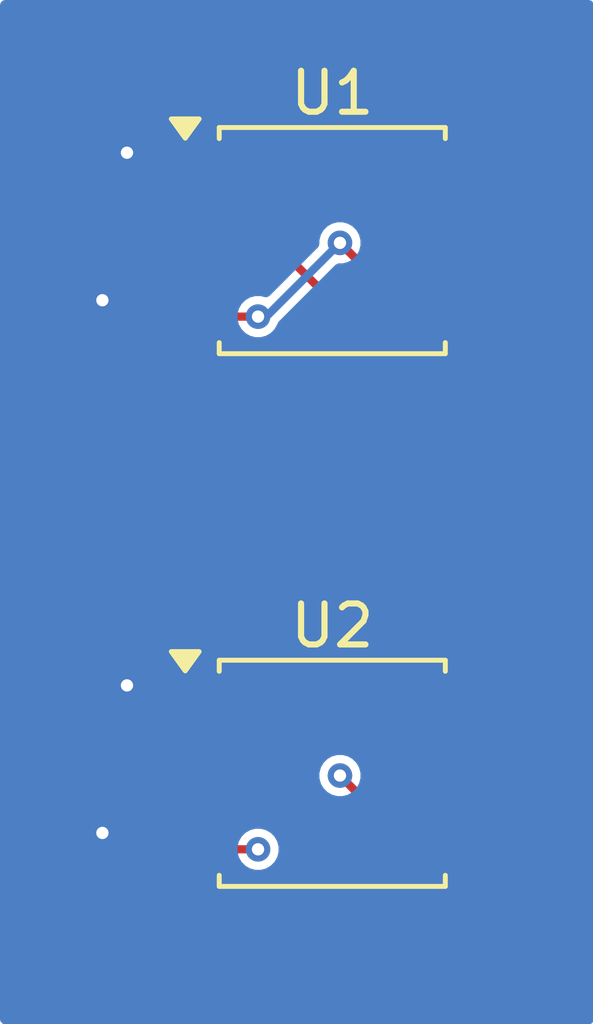
<source format=kicad_pcb>
(kicad_pcb (version 20241229) (generator "pcbnew") (generator_version "9.0")
  (layers (0 "F.Cu" signal) (2 "B.Cu" signal) (13 "F.Paste" user) (15 "B.Paste" user) (5 "F.SilkS" user "F.Silkscreen") (7 "B.SilkS" user "B.Silkscreen") (1 "F.Mask" user) (3 "B.Mask" user) (25 "Edge.Cuts" user))
  (net 0 "")
  (net 1 "Net-(U1-V+)")
  (net 4 "Net-(U2-V+)")
  (net 5 "GND")
  (footprint "Package_SO:SOIC-8_5.3x5.3mm_P1.27mm" (layer "F.Cu") (at 75.6125 77.345)
    (property "Reference" "U2" (at 0 -3.6 0) (layer "F.SilkS"))
    (property "Value" "TL071")
    (fp_line (start -2.76 -2.76) (end 2.76 -2.76) (stroke (width 0.12)) (layer "F.SilkS"))
    (fp_line (start -2.76 -2.49) (end -2.76 -2.76) (stroke (width 0.12)) (layer "F.SilkS"))
    (fp_line (start -2.76 2.76) (end -2.76 2.49) (stroke (width 0.12)) (layer "F.SilkS"))
    (fp_line (start 2.76 -2.76) (end 2.76 -2.49) (stroke (width 0.12)) (layer "F.SilkS"))
    (fp_line (start 2.76 2.49) (end 2.76 2.76) (stroke (width 0.12)) (layer "F.SilkS"))
    (fp_line (start 2.76 2.76) (end -2.76 2.76) (stroke (width 0.12)) (layer "F.SilkS"))
    (fp_poly (pts (xy -3.59 -2.5) (xy -3.93 -2.97) (xy -3.25 -2.97)) (stroke (width 0.12)) (fill yes) (layer "F.SilkS"))
    (pad "1" smd roundrect (at -3.5875 -1.905) (size 1.625 0.65) (layers "F.Cu" "F.Mask" "F.Paste") (net 4 "Net-(U2-V+)"))
    (pad "2" smd roundrect (at -3.5875 -0.635) (size 1.625 0.65) (layers "F.Cu" "F.Mask" "F.Paste") (net 5 "GND"))
    (pad "3" smd roundrect (at -3.5875 0.635) (size 1.625 0.65) (layers "F.Cu" "F.Mask" "F.Paste") (net 5 "GND"))
    (pad "4" smd roundrect (at -3.5875 1.905) (size 1.625 0.65) (layers "F.Cu" "F.Mask" "F.Paste") (net 4 "Net-(U2-V+)"))
    (pad "5" smd roundrect (at 3.5875 1.905) (size 1.625 0.65) (layers "F.Cu" "F.Mask" "F.Paste") (net 4 "Net-(U2-V+)"))
    (pad "6" smd roundrect (at 3.5875 0.635) (size 1.625 0.65) (layers "F.Cu" "F.Mask" "F.Paste") (net 4 "Net-(U2-V+)"))
    (pad "7" smd roundrect (at 3.5875 -0.635) (size 1.625 0.65) (layers "F.Cu" "F.Mask" "F.Paste") (net 4 "Net-(U2-V+)"))
    (pad "8" smd roundrect (at 3.5875 -1.905) (size 1.625 0.65) (layers "F.Cu" "F.Mask" "F.Paste"))
  )
  (footprint "Package_SO:SOIC-8_5.3x5.3mm_P1.27mm" (layer "F.Cu") (at 75.6125 64.345)
    (property "Reference" "U1" (at 0 -3.6 0) (layer "F.SilkS"))
    (property "Value" "TL071")
    (fp_line (start -2.76 -2.76) (end 2.76 -2.76) (stroke (width 0.12)) (layer "F.SilkS"))
    (fp_line (start -2.76 -2.49) (end -2.76 -2.76) (stroke (width 0.12)) (layer "F.SilkS"))
    (fp_line (start -2.76 2.76) (end -2.76 2.49) (stroke (width 0.12)) (layer "F.SilkS"))
    (fp_line (start 2.76 -2.76) (end 2.76 -2.49) (stroke (width 0.12)) (layer "F.SilkS"))
    (fp_line (start 2.76 2.49) (end 2.76 2.76) (stroke (width 0.12)) (layer "F.SilkS"))
    (fp_line (start 2.76 2.76) (end -2.76 2.76) (stroke (width 0.12)) (layer "F.SilkS"))
    (fp_poly (pts (xy -3.59 -2.5) (xy -3.93 -2.97) (xy -3.25 -2.97)) (stroke (width 0.12)) (fill yes) (layer "F.SilkS"))
    (pad "1" smd roundrect (at -3.5875 -1.905) (size 1.625 0.65) (layers "F.Cu" "F.Mask" "F.Paste") (net 1 "Net-(U1-V+)"))
    (pad "2" smd roundrect (at -3.5875 -0.635) (size 1.625 0.65) (layers "F.Cu" "F.Mask" "F.Paste") (net 5 "GND"))
    (pad "3" smd roundrect (at -3.5875 0.635) (size 1.625 0.65) (layers "F.Cu" "F.Mask" "F.Paste") (net 5 "GND"))
    (pad "4" smd roundrect (at -3.5875 1.905) (size 1.625 0.65) (layers "F.Cu" "F.Mask" "F.Paste") (net 1 "Net-(U1-V+)"))
    (pad "5" smd roundrect (at 3.5875 1.905) (size 1.625 0.65) (layers "F.Cu" "F.Mask" "F.Paste") (net 1 "Net-(U1-V+)"))
    (pad "6" smd roundrect (at 3.5875 0.635) (size 1.625 0.65) (layers "F.Cu" "F.Mask" "F.Paste") (net 1 "Net-(U1-V+)"))
    (pad "7" smd roundrect (at 3.5875 -0.635) (size 1.625 0.65) (layers "F.Cu" "F.Mask" "F.Paste") (net 1 "Net-(U1-V+)"))
    (pad "8" smd roundrect (at 3.5875 -1.905) (size 1.625 0.65) (layers "F.Cu" "F.Mask" "F.Paste"))
  )
  (segment (start 79.2 63.71) (end 79.2 64.98) (width 0.2) (layer "F.Cu") (net 1))
  (segment (start 79.2 64.98) (end 76.38 64.98) (width 0.2) (layer "F.Cu") (net 1))
  (segment (start 76.38 64.98) (end 75.8 64.4) (width 0.2) (layer "F.Cu") (net 1))
  (segment (start 72.22749 62.44) (end 76.03749 66.25) (width 0.2) (layer "F.Cu") (net 1))
  (segment (start 73.8 66.2) (end 72.075 66.2) (width 0.2) (layer "F.Cu") (net 1))
  (segment (start 72.075 66.2) (end 72.025 66.25) (width 0.2) (layer "F.Cu") (net 1))
  (segment (start 72.025 62.44) (end 72.22749 62.44) (width 0.2) (layer "F.Cu") (net 1))
  (segment (start 79.2 66.25) (end 79.2 64.98) (width 0.2) (layer "F.Cu") (net 1))
  (segment (start 76.03749 66.25) (end 79.2 66.25) (width 0.2) (layer "F.Cu") (net 1))
  (via (at 73.8 66.2) (size 0.6) (drill 0.3) (layers "F.Cu" "B.Cu") (net 1))
  (via (at 75.8 64.4) (size 0.6) (drill 0.3) (layers "F.Cu" "B.Cu") (net 1))
  (segment (start 75.8 64.4) (end 74 66.2) (width 0.2) (layer "B.Cu") (net 1))
  (segment (start 74 66.2) (end 73.8 66.2) (width 0.2) (layer "B.Cu") (net 1))
  (segment (start 72.025 75.44) (end 72.22749 75.44) (width 0.2) (layer "F.Cu") (net 4))
  (segment (start 72.075 79.2) (end 72.025 79.25) (width 0.2) (layer "F.Cu") (net 4))
  (segment (start 73.8 79.2) (end 72.075 79.2) (width 0.2) (layer "F.Cu") (net 4))
  (segment (start 79.2 77.98) (end 76.38 77.98) (width 0.2) (layer "F.Cu") (net 4))
  (segment (start 76.38 77.98) (end 75.8 77.4) (width 0.2) (layer "F.Cu") (net 4))
  (segment (start 76.03749 79.25) (end 79.2 79.25) (width 0.2) (layer "F.Cu") (net 4))
  (segment (start 79.2 76.71) (end 79.2 77.98) (width 0.2) (layer "F.Cu") (net 4))
  (segment (start 72.22749 75.44) (end 76.03749 79.25) (width 0.2) (layer "F.Cu") (net 4))
  (segment (start 79.2 79.25) (end 79.2 77.98) (width 0.2) (layer "F.Cu") (net 4))
  (via (at 75.8 77.4) (size 0.6) (drill 0.3) (layers "F.Cu" "B.Cu") (net 4))
  (via (at 73.8 79.2) (size 0.6) (drill 0.3) (layers "F.Cu" "B.Cu") (net 4))
  (segment (start 70.6 62.2) (end 70.6 63.6) (width 0.2) (layer "F.Cu") (net 5))
  (segment (start 70.82 64.98) (end 70 65.8) (width 0.2) (layer "F.Cu") (net 5))
  (segment (start 70.6 76.6) (end 70.71 76.71) (width 0.2) (layer "F.Cu") (net 5))
  (segment (start 70.82 77.98) (end 70 78.8) (width 0.2) (layer "F.Cu") (net 5))
  (segment (start 72.025 64.98) (end 70.82 64.98) (width 0.2) (layer "F.Cu") (net 5))
  (segment (start 70.71 63.71) (end 72.025 63.71) (width 0.2) (layer "F.Cu") (net 5))
  (segment (start 70.6 75.2) (end 70.6 76.6) (width 0.2) (layer "F.Cu") (net 5))
  (segment (start 72.025 77.98) (end 70.82 77.98) (width 0.2) (layer "F.Cu") (net 5))
  (segment (start 70.6 63.6) (end 70.71 63.71) (width 0.2) (layer "F.Cu") (net 5))
  (segment (start 70.71 76.71) (end 72.025 76.71) (width 0.2) (layer "F.Cu") (net 5))
  (via (at 70 65.8) (size 0.6) (drill 0.3) (layers "F.Cu" "B.Cu") (net 5))
  (via (at 70.6 75.2) (size 0.6) (drill 0.3) (layers "F.Cu" "B.Cu") (net 5))
  (via (at 70 78.8) (size 0.6) (drill 0.3) (layers "F.Cu" "B.Cu") (net 5))
  (via (at 70.6 62.2) (size 0.6) (drill 0.3) (layers "F.Cu" "B.Cu") (net 5))
  (zone (net 5) (net_name "GND") (layer "B.Cu") (name "Test2") (connect_pads (clearance 0)) (min_thickness 0.25) (fill yes (thermal_gap 0.5) (thermal_bridge_width 0.5))
    (polygon (pts (xy 67.5 58.473018) (xy 82 58.473018) (xy 82 83.473018) (xy 67.5 83.473018)))
  )
)
</source>
